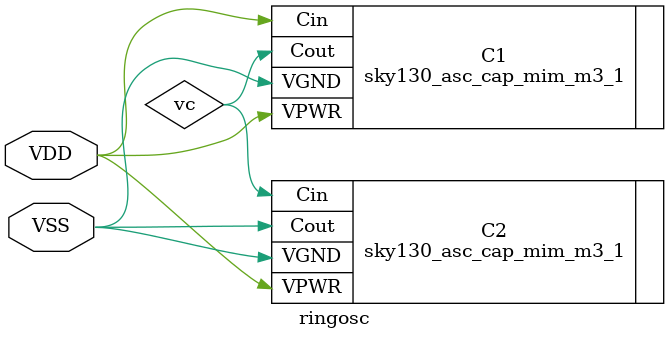
<source format=v>
/*
###############################################################
#  Generated by:      Cadence Innovus 20.13-s083_1
#  OS:                Linux x86_64(Host ID rice-503-20-north)
#  Generated on:      Tue May 17 01:02:42 2022
#  Design:            ringosc
#  Command:           saveNetlist -excludeLeafCell -phys -excludeCellInst {  } results/ringosc.virtuoso.v
###############################################################
*/
module ringosc (
	VSS, 
	VDD);
   inout VSS;
   inout VDD;

   // Internal wires
   wire VSSE;
   wire VSSPST;
   wire VPW;
   wire VDDPE;
   wire VDDCE;
   wire POC;
   wire VDDPST;
   wire VNW;
   wire vc;
   wire VDD;
   wire VSS;

   // Module instantiations
   sky130_asc_cap_mim_m3_1 C1 (
	.Cin(VDD),
	.Cout(vc), 
	.VPWR(VDD), 
	.VGND(VSS));
   sky130_asc_cap_mim_m3_1 C2 (
	.Cin(vc),
	.Cout(VSS), 
	.VPWR(VDD), 
	.VGND(VSS));
endmodule


</source>
